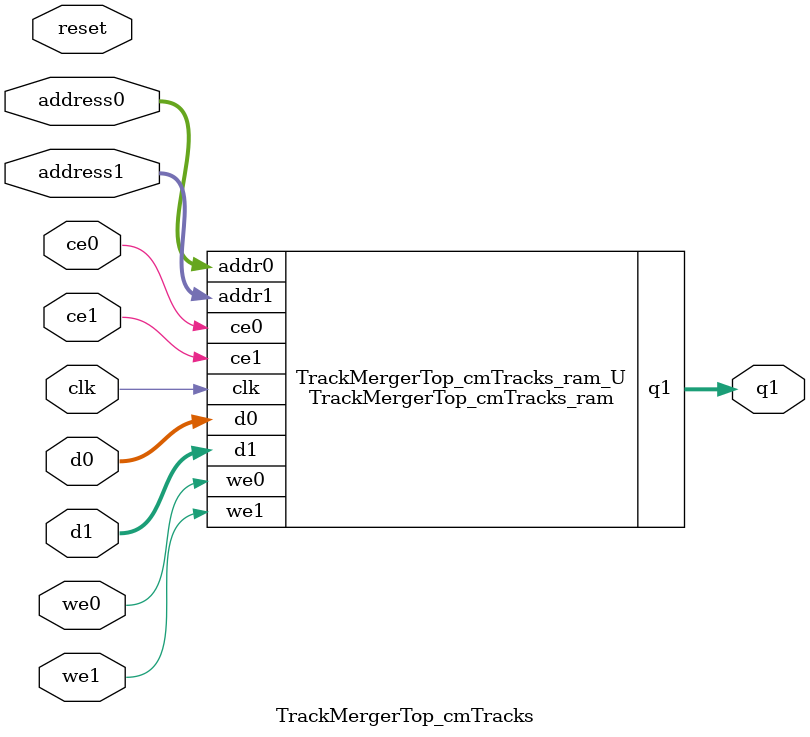
<source format=v>
`timescale 1 ns / 1 ps
module TrackMergerTop_cmTracks_ram (addr0, ce0, d0, we0, addr1, ce1, d1, we1, q1,  clk);

parameter DWIDTH = 372;
parameter AWIDTH = 4;
parameter MEM_SIZE = 16;

input[AWIDTH-1:0] addr0;
input ce0;
input[DWIDTH-1:0] d0;
input we0;
input[AWIDTH-1:0] addr1;
input ce1;
input[DWIDTH-1:0] d1;
input we1;
output reg[DWIDTH-1:0] q1;
input clk;

(* ram_style = "block" *)reg [DWIDTH-1:0] ram[0:MEM_SIZE-1];




always @(posedge clk)  
begin 
    if (ce0) begin
        if (we0) 
            ram[addr0] <= d0; 
    end
end


always @(posedge clk)  
begin 
    if (ce1) begin
        if (we1) 
            ram[addr1] <= d1; 
        q1 <= ram[addr1];
    end
end


endmodule

`timescale 1 ns / 1 ps
module TrackMergerTop_cmTracks(
    reset,
    clk,
    address0,
    ce0,
    we0,
    d0,
    address1,
    ce1,
    we1,
    d1,
    q1);

parameter DataWidth = 32'd372;
parameter AddressRange = 32'd16;
parameter AddressWidth = 32'd4;
input reset;
input clk;
input[AddressWidth - 1:0] address0;
input ce0;
input we0;
input[DataWidth - 1:0] d0;
input[AddressWidth - 1:0] address1;
input ce1;
input we1;
input[DataWidth - 1:0] d1;
output[DataWidth - 1:0] q1;



TrackMergerTop_cmTracks_ram TrackMergerTop_cmTracks_ram_U(
    .clk( clk ),
    .addr0( address0 ),
    .ce0( ce0 ),
    .we0( we0 ),
    .d0( d0 ),
    .addr1( address1 ),
    .ce1( ce1 ),
    .we1( we1 ),
    .d1( d1 ),
    .q1( q1 ));

endmodule


</source>
